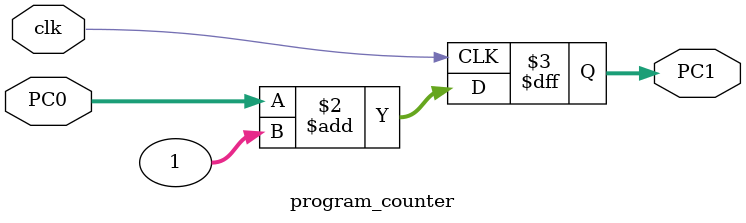
<source format=v>
`timescale 1ns / 1ps

module program_counter(PC0, PC1, clk);
    input [31:0] PC0;
    output reg [31:0] PC1;
    input clk;
    
    //ALU add_one(.op1(PC0), .op2('b1), .OpCode(4'b1001), .Cin(0), .result(PC1), .cflag, .zflag, .oflag, .clk(clk));
    
    always @(posedge clk) 
    begin
        PC1 <= PC0 + 32'b00000000000000000000000000000001;;
    end
    
endmodule

/*
module program_counter_tb();
reg [31:0] PC0;
reg clk;
wire [31:0] PC1;

program_counter PC(PC0, PC1, clk);

initial begin
clk = 1'b0;

PC0 = 'd0;
#100;

PC0 = 'd1;
#100;

PC0 = 'd2;
#100;

PC0 = 'd3;
#100;

PC0 = 'd4;
#100;
end

always begin
#10
clk = ~clk;
end
endmodule
*/
</source>
